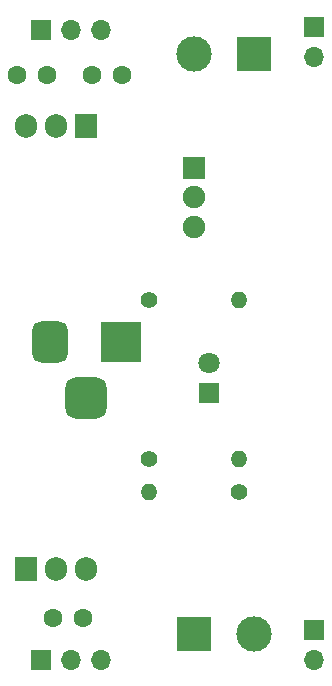
<source format=gts>
%TF.GenerationSoftware,KiCad,Pcbnew,8.0.4*%
%TF.CreationDate,2024-09-05T09:17:28+05:30*%
%TF.ProjectId,BreadBoard_PowerSupply,42726561-6442-46f6-9172-645f506f7765,1*%
%TF.SameCoordinates,Original*%
%TF.FileFunction,Soldermask,Top*%
%TF.FilePolarity,Negative*%
%FSLAX46Y46*%
G04 Gerber Fmt 4.6, Leading zero omitted, Abs format (unit mm)*
G04 Created by KiCad (PCBNEW 8.0.4) date 2024-09-05 09:17:28*
%MOMM*%
%LPD*%
G01*
G04 APERTURE LIST*
G04 Aperture macros list*
%AMRoundRect*
0 Rectangle with rounded corners*
0 $1 Rounding radius*
0 $2 $3 $4 $5 $6 $7 $8 $9 X,Y pos of 4 corners*
0 Add a 4 corners polygon primitive as box body*
4,1,4,$2,$3,$4,$5,$6,$7,$8,$9,$2,$3,0*
0 Add four circle primitives for the rounded corners*
1,1,$1+$1,$2,$3*
1,1,$1+$1,$4,$5*
1,1,$1+$1,$6,$7*
1,1,$1+$1,$8,$9*
0 Add four rect primitives between the rounded corners*
20,1,$1+$1,$2,$3,$4,$5,0*
20,1,$1+$1,$4,$5,$6,$7,0*
20,1,$1+$1,$6,$7,$8,$9,0*
20,1,$1+$1,$8,$9,$2,$3,0*%
G04 Aperture macros list end*
%ADD10R,1.800000X1.800000*%
%ADD11C,1.800000*%
%ADD12C,1.400000*%
%ADD13O,1.400000X1.400000*%
%ADD14C,1.600000*%
%ADD15R,1.700000X1.700000*%
%ADD16O,1.700000X1.700000*%
%ADD17R,1.900000X1.900000*%
%ADD18C,1.900000*%
%ADD19R,3.500000X3.500000*%
%ADD20RoundRect,0.750000X-0.750000X-1.000000X0.750000X-1.000000X0.750000X1.000000X-0.750000X1.000000X0*%
%ADD21RoundRect,0.875000X-0.875000X-0.875000X0.875000X-0.875000X0.875000X0.875000X-0.875000X0.875000X0*%
%ADD22R,1.905000X2.000000*%
%ADD23O,1.905000X2.000000*%
%ADD24R,3.000000X3.000000*%
%ADD25C,3.000000*%
G04 APERTURE END LIST*
D10*
%TO.C,D1*%
X173736000Y-99060000D03*
D11*
X173736000Y-96520000D03*
%TD*%
D12*
%TO.C,R2*%
X176265000Y-107442000D03*
D13*
X168645000Y-107442000D03*
%TD*%
D12*
%TO.C,R1*%
X168645000Y-91186000D03*
D13*
X176265000Y-91186000D03*
%TD*%
D14*
%TO.C,C1*%
X160000000Y-72136000D03*
X157500000Y-72136000D03*
%TD*%
D15*
%TO.C,J4*%
X159512000Y-68326000D03*
D16*
X162052000Y-68326000D03*
X164592000Y-68326000D03*
%TD*%
D17*
%TO.C,S1*%
X172466000Y-80010000D03*
D18*
X172466000Y-82510000D03*
X172466000Y-85010000D03*
%TD*%
D12*
%TO.C,R3*%
X168645000Y-104648000D03*
D13*
X176265000Y-104648000D03*
%TD*%
D19*
%TO.C,J6*%
X166274000Y-94800500D03*
D20*
X160274000Y-94800500D03*
D21*
X163274000Y-99500500D03*
%TD*%
D22*
%TO.C,U1*%
X163322000Y-76525000D03*
D23*
X160782000Y-76525000D03*
X158242000Y-76525000D03*
%TD*%
D15*
%TO.C,J2*%
X182626000Y-68067000D03*
D16*
X182626000Y-70607000D03*
%TD*%
D15*
%TO.C,J1*%
X182626000Y-119120000D03*
D16*
X182626000Y-121660000D03*
%TD*%
D15*
%TO.C,J3*%
X159512000Y-121666000D03*
D16*
X162052000Y-121666000D03*
X164592000Y-121666000D03*
%TD*%
D24*
%TO.C,J5*%
X177546000Y-70358000D03*
D25*
X172466000Y-70358000D03*
%TD*%
D14*
%TO.C,C3*%
X163048000Y-118110000D03*
X160548000Y-118110000D03*
%TD*%
D22*
%TO.C,U2*%
X158242000Y-113975000D03*
D23*
X160782000Y-113975000D03*
X163322000Y-113975000D03*
%TD*%
D14*
%TO.C,C2*%
X166350000Y-72136000D03*
X163850000Y-72136000D03*
%TD*%
D24*
%TO.C,J7*%
X172466000Y-119470000D03*
D25*
X177546000Y-119470000D03*
%TD*%
M02*

</source>
